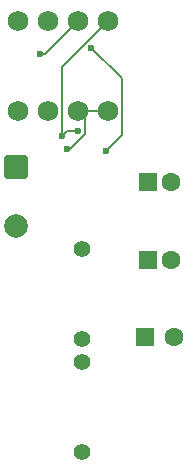
<source format=gbr>
%TF.GenerationSoftware,KiCad,Pcbnew,9.0.6*%
%TF.CreationDate,2025-12-11T22:01:46+06:00*%
%TF.ProjectId,low power audio amp,6c6f7720-706f-4776-9572-20617564696f,rev?*%
%TF.SameCoordinates,Original*%
%TF.FileFunction,Copper,L2,Bot*%
%TF.FilePolarity,Positive*%
%FSLAX46Y46*%
G04 Gerber Fmt 4.6, Leading zero omitted, Abs format (unit mm)*
G04 Created by KiCad (PCBNEW 9.0.6) date 2025-12-11 22:01:46*
%MOMM*%
%LPD*%
G01*
G04 APERTURE LIST*
G04 Aperture macros list*
%AMRoundRect*
0 Rectangle with rounded corners*
0 $1 Rounding radius*
0 $2 $3 $4 $5 $6 $7 $8 $9 X,Y pos of 4 corners*
0 Add a 4 corners polygon primitive as box body*
4,1,4,$2,$3,$4,$5,$6,$7,$8,$9,$2,$3,0*
0 Add four circle primitives for the rounded corners*
1,1,$1+$1,$2,$3*
1,1,$1+$1,$4,$5*
1,1,$1+$1,$6,$7*
1,1,$1+$1,$8,$9*
0 Add four rect primitives between the rounded corners*
20,1,$1+$1,$2,$3,$4,$5,0*
20,1,$1+$1,$4,$5,$6,$7,0*
20,1,$1+$1,$6,$7,$8,$9,0*
20,1,$1+$1,$8,$9,$2,$3,0*%
G04 Aperture macros list end*
%TA.AperFunction,ComponentPad*%
%ADD10C,1.727200*%
%TD*%
%TA.AperFunction,ComponentPad*%
%ADD11RoundRect,0.250000X-0.550000X-0.550000X0.550000X-0.550000X0.550000X0.550000X-0.550000X0.550000X0*%
%TD*%
%TA.AperFunction,ComponentPad*%
%ADD12C,1.600000*%
%TD*%
%TA.AperFunction,ComponentPad*%
%ADD13RoundRect,0.250000X-0.750000X0.750000X-0.750000X-0.750000X0.750000X-0.750000X0.750000X0.750000X0*%
%TD*%
%TA.AperFunction,ComponentPad*%
%ADD14C,2.000000*%
%TD*%
%TA.AperFunction,ComponentPad*%
%ADD15C,1.400000*%
%TD*%
%TA.AperFunction,ViaPad*%
%ADD16C,0.600000*%
%TD*%
%TA.AperFunction,Conductor*%
%ADD17C,0.200000*%
%TD*%
G04 APERTURE END LIST*
D10*
%TO.P,U1,1*%
%TO.N,unconnected-(U1-Pad1)*%
X66675000Y-57404000D03*
%TO.P,U1,2*%
%TO.N,Net-(R1-Pad2)*%
X69215000Y-57404000D03*
%TO.P,U1,3*%
%TO.N,GND*%
X71755000Y-57404000D03*
%TO.P,U1,4*%
X74295000Y-57404000D03*
%TO.P,U1,5*%
%TO.N,Net-(C3-Pad1)*%
X74295000Y-49784000D03*
%TO.P,U1,6*%
%TO.N,+9V*%
X71755000Y-49784000D03*
%TO.P,U1,7*%
%TO.N,Net-(C1-Pad1)*%
X69215000Y-49784000D03*
%TO.P,U1,8*%
%TO.N,unconnected-(U1-Pad8)*%
X66675000Y-49784000D03*
%TD*%
D11*
%TO.P,C3,1*%
%TO.N,Net-(C3-Pad1)*%
X77407888Y-76527000D03*
D12*
%TO.P,C3,2*%
%TO.N,GND*%
X79907888Y-76527000D03*
%TD*%
D11*
%TO.P,C2,1*%
%TO.N,+9V*%
X77657888Y-69977000D03*
D12*
%TO.P,C2,2*%
%TO.N,GND*%
X79657888Y-69977000D03*
%TD*%
D13*
%TO.P,C4,1*%
%TO.N,Net-(C3-Pad1)*%
X66548000Y-62148323D03*
D14*
%TO.P,C4,2*%
%TO.N,Net-(C4-Pad2)*%
X66548000Y-67148323D03*
%TD*%
D15*
%TO.P,R2,1*%
%TO.N,Net-(R1-Pad2)*%
X72136000Y-69056000D03*
%TO.P,R2,2*%
%TO.N,Net-(U2-stereo_RIGHT)*%
X72136000Y-76676000D03*
%TD*%
%TO.P,R1,1*%
%TO.N,Net-(U2-stereo_LEFT)*%
X72136000Y-86233000D03*
%TO.P,R1,2*%
%TO.N,Net-(R1-Pad2)*%
X72136000Y-78613000D03*
%TD*%
D11*
%TO.P,C1,1*%
%TO.N,Net-(C1-Pad1)*%
X77657888Y-63427000D03*
D12*
%TO.P,C1,2*%
%TO.N,GND*%
X79657888Y-63427000D03*
%TD*%
D16*
%TO.N,GND*%
X70866000Y-60579000D03*
%TO.N,+9V*%
X74128240Y-60770686D03*
X68580000Y-52578000D03*
X72898000Y-52070000D03*
%TO.N,Net-(C3-Pad1)*%
X71755000Y-59095470D03*
X70441735Y-59479265D03*
%TD*%
D17*
%TO.N,GND*%
X72356000Y-59344413D02*
X71121413Y-60579000D01*
X74295000Y-57404000D02*
X71755000Y-57404000D01*
X71121413Y-60579000D02*
X70866000Y-60579000D01*
X72356000Y-58005000D02*
X72356000Y-59344413D01*
X71755000Y-57404000D02*
X72356000Y-58005000D01*
%TO.N,+9V*%
X75459600Y-59439326D02*
X75459600Y-54631600D01*
X68580000Y-52578000D02*
X68961000Y-52578000D01*
X75459600Y-54631600D02*
X72898000Y-52070000D01*
X68961000Y-52578000D02*
X71755000Y-49784000D01*
X74128240Y-60770686D02*
X75459600Y-59439326D01*
%TO.N,Net-(C3-Pad1)*%
X71755000Y-59095470D02*
X70825530Y-59095470D01*
X70825530Y-59095470D02*
X70441735Y-59479265D01*
X70441735Y-59479265D02*
X70441735Y-53637265D01*
X70441735Y-53637265D02*
X74295000Y-49784000D01*
%TD*%
M02*

</source>
